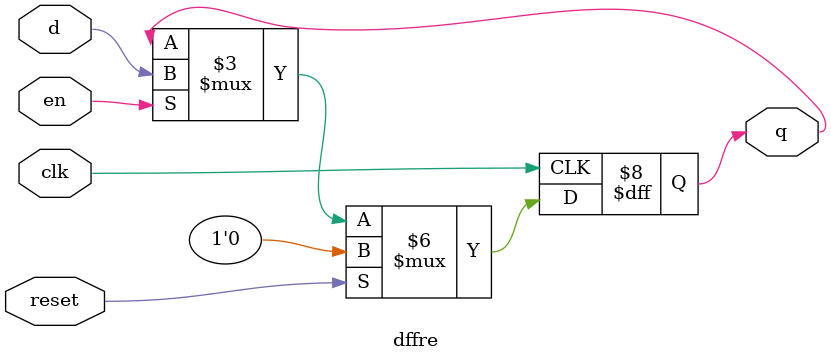
<source format=v>
module falling_dffre #(
    parameter WIDTH = 1
  )(
    input   clk,
    input   reset,
    input   en,

    input       [WIDTH - 1 : 0]   d,
    output reg  [WIDTH - 1 : 0]   q
);

always @(negedge clk) begin
  if (reset) begin
    q <= 0;
  end else if (en) begin
    q <= d;
  end else begin
    q <= q;
  end
end

endmodule

module dffre #(
    parameter WIDTH = 1
  )(
    input   clk,
    input   reset,
    input   en,

    input       [WIDTH - 1 : 0]   d,
    output reg  [WIDTH - 1 : 0]   q
);

always @(posedge clk) begin
  if (reset) begin
    q <= 0;
  end else if (en) begin
    q <= d;
  end else begin
    q <= q;
  end
end

endmodule

</source>
